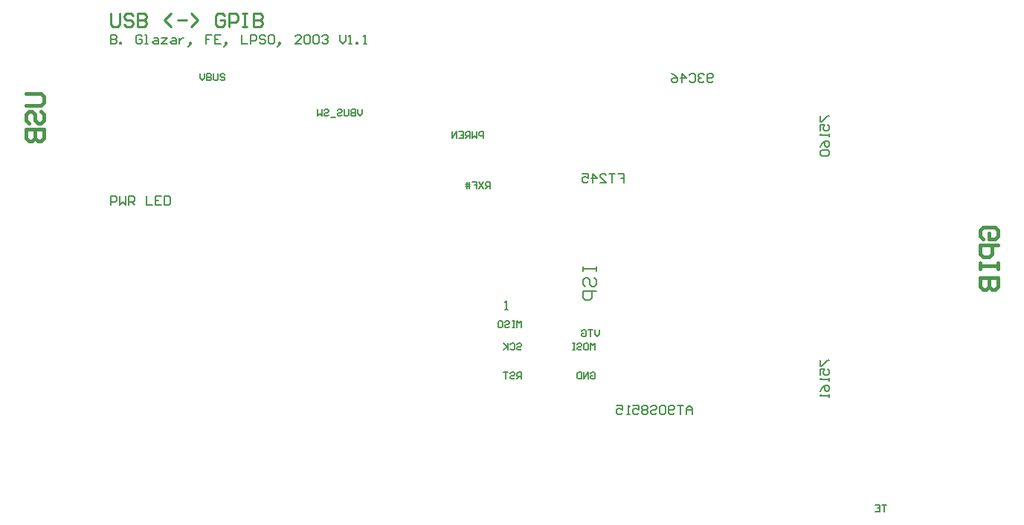
<source format=gbp>
%FSLAX25Y25*%
%MOIN*%
G70*
G01*
G75*
G04 Layer_Color=128*
%ADD10C,0.01200*%
%ADD11R,0.06000X0.06000*%
%ADD12R,0.06000X0.06000*%
%ADD13R,0.01600X0.07500*%
%ADD14R,0.07500X0.01600*%
%ADD15O,0.01600X0.10000*%
%ADD16O,0.10000X0.01600*%
%ADD17R,0.13000X0.07000*%
%ADD18O,0.02400X0.08000*%
%ADD19R,0.03600X0.05000*%
%ADD20R,0.03600X0.03600*%
%ADD21R,0.10000X0.08000*%
%ADD22R,0.10000X0.09000*%
%ADD23R,0.03150X0.05512*%
G04:AMPARAMS|DCode=24|XSize=78.74mil|YSize=149.61mil|CornerRadius=0mil|HoleSize=0mil|Usage=FLASHONLY|Rotation=0.000|XOffset=0mil|YOffset=0mil|HoleType=Round|Shape=Octagon|*
%AMOCTAGOND24*
4,1,8,-0.01969,0.07480,0.01969,0.07480,0.03937,0.05512,0.03937,-0.05512,0.01969,-0.07480,-0.01969,-0.07480,-0.03937,-0.05512,-0.03937,0.05512,-0.01969,0.07480,0.0*
%
%ADD24OCTAGOND24*%

%ADD25R,0.03937X0.07299*%
%ADD26C,0.02800*%
%ADD27C,0.01600*%
%ADD28C,0.02400*%
%ADD29C,0.01400*%
%ADD30C,0.01000*%
%ADD31C,0.00800*%
%ADD32O,0.07000X0.06000*%
%ADD33C,0.07000*%
%ADD34C,0.20000*%
%ADD35R,0.07000X0.06000*%
%ADD36O,0.07000X0.08500*%
%ADD37C,0.06200*%
%ADD38R,0.06200X0.06200*%
%ADD39R,0.07000X0.07000*%
%ADD40C,0.08000*%
%ADD41C,0.05000*%
%ADD42C,0.00787*%
%ADD43R,0.06800X0.06800*%
%ADD44R,0.06800X0.06800*%
%ADD45R,0.02400X0.08300*%
%ADD46R,0.08300X0.02400*%
%ADD47O,0.02400X0.10800*%
%ADD48O,0.10800X0.02400*%
%ADD49R,0.13800X0.07800*%
%ADD50O,0.03200X0.08800*%
%ADD51R,0.04400X0.05800*%
%ADD52R,0.04400X0.04400*%
%ADD53R,0.10800X0.08800*%
%ADD54R,0.10800X0.09800*%
%ADD55R,0.03950X0.06312*%
G04:AMPARAMS|DCode=56|XSize=86.74mil|YSize=157.61mil|CornerRadius=0mil|HoleSize=0mil|Usage=FLASHONLY|Rotation=0.000|XOffset=0mil|YOffset=0mil|HoleType=Round|Shape=Octagon|*
%AMOCTAGOND56*
4,1,8,-0.02169,0.07880,0.02169,0.07880,0.04337,0.05712,0.04337,-0.05712,0.02169,-0.07880,-0.02169,-0.07880,-0.04337,-0.05712,-0.04337,0.05712,-0.02169,0.07880,0.0*
%
%ADD56OCTAGOND56*%

%ADD57R,0.04737X0.08099*%
%ADD58O,0.07800X0.06800*%
%ADD59C,0.07800*%
%ADD60C,0.20800*%
%ADD61R,0.07800X0.06800*%
%ADD62O,0.07800X0.09300*%
%ADD63R,0.07800X0.07800*%
%ADD64C,0.08800*%
%ADD65C,0.05800*%
D27*
X3022003Y545000D02*
X3028667D01*
X3030000Y543667D01*
Y541001D01*
X3028667Y539668D01*
X3022003D01*
X3023335Y531671D02*
X3022003Y533004D01*
Y535670D01*
X3023335Y537003D01*
X3024668D01*
X3026001Y535670D01*
Y533004D01*
X3027334Y531671D01*
X3028667D01*
X3030000Y533004D01*
Y535670D01*
X3028667Y537003D01*
X3022003Y529005D02*
X3030000D01*
Y525006D01*
X3028667Y523674D01*
X3027334D01*
X3026001Y525006D01*
Y529005D01*
Y525006D01*
X3024668Y523674D01*
X3023335D01*
X3022003Y525006D01*
Y529005D01*
X3450835Y479668D02*
X3449503Y481001D01*
Y483667D01*
X3450835Y485000D01*
X3456167D01*
X3457500Y483667D01*
Y481001D01*
X3456167Y479668D01*
X3453501D01*
Y482334D01*
X3457500Y477003D02*
X3449503D01*
Y473004D01*
X3450835Y471671D01*
X3453501D01*
X3454834Y473004D01*
Y477003D01*
X3449503Y469005D02*
Y466339D01*
Y467672D01*
X3457500D01*
Y469005D01*
Y466339D01*
X3449503Y462341D02*
X3457500D01*
Y458342D01*
X3456167Y457009D01*
X3454834D01*
X3453501Y458342D01*
Y462341D01*
Y458342D01*
X3452168Y457009D01*
X3450835D01*
X3449503Y458342D01*
Y462341D01*
D30*
X3060000Y580998D02*
Y576000D01*
X3061000Y575000D01*
X3062999D01*
X3063999Y576000D01*
Y580998D01*
X3069997Y579998D02*
X3068997Y580998D01*
X3066998D01*
X3065998Y579998D01*
Y578999D01*
X3066998Y577999D01*
X3068997D01*
X3069997Y576999D01*
Y576000D01*
X3068997Y575000D01*
X3066998D01*
X3065998Y576000D01*
X3071996Y580998D02*
Y575000D01*
X3074995D01*
X3075995Y576000D01*
Y576999D01*
X3074995Y577999D01*
X3071996D01*
X3074995D01*
X3075995Y578999D01*
Y579998D01*
X3074995Y580998D01*
X3071996D01*
X3086991Y575000D02*
X3083992Y577999D01*
X3086991Y580998D01*
X3089990Y577999D02*
X3093989D01*
X3095988Y575000D02*
X3098987Y577999D01*
X3095988Y580998D01*
X3110983Y579998D02*
X3109984Y580998D01*
X3107985D01*
X3106985Y579998D01*
Y576000D01*
X3107985Y575000D01*
X3109984D01*
X3110983Y576000D01*
Y577999D01*
X3108984D01*
X3112983Y575000D02*
Y580998D01*
X3115982D01*
X3116982Y579998D01*
Y577999D01*
X3115982Y576999D01*
X3112983D01*
X3118981Y580998D02*
X3120980D01*
X3119981D01*
Y575000D01*
X3118981D01*
X3120980D01*
X3123979Y580998D02*
Y575000D01*
X3126978D01*
X3127978Y576000D01*
Y576999D01*
X3126978Y577999D01*
X3123979D01*
X3126978D01*
X3127978Y578999D01*
Y579998D01*
X3126978Y580998D01*
X3123979D01*
D31*
X3172500Y537999D02*
Y536000D01*
X3171500Y535000D01*
X3170501Y536000D01*
Y537999D01*
X3169501D02*
Y535000D01*
X3168002D01*
X3167502Y535500D01*
Y536000D01*
X3168002Y536500D01*
X3169501D01*
X3168002D01*
X3167502Y536999D01*
Y537499D01*
X3168002Y537999D01*
X3169501D01*
X3166502D02*
Y535500D01*
X3166002Y535000D01*
X3165002D01*
X3164503Y535500D01*
Y537999D01*
X3161504Y537499D02*
X3162003Y537999D01*
X3163003D01*
X3163503Y537499D01*
Y536999D01*
X3163003Y536500D01*
X3162003D01*
X3161504Y536000D01*
Y535500D01*
X3162003Y535000D01*
X3163003D01*
X3163503Y535500D01*
X3160504Y534500D02*
X3158504D01*
X3155506Y537499D02*
X3156005Y537999D01*
X3157005D01*
X3157505Y537499D01*
Y536999D01*
X3157005Y536500D01*
X3156005D01*
X3155506Y536000D01*
Y535500D01*
X3156005Y535000D01*
X3157005D01*
X3157505Y535500D01*
X3154506Y537999D02*
Y535000D01*
X3153506Y536000D01*
X3152506Y535000D01*
Y537999D01*
X3230000Y502500D02*
Y505499D01*
X3228500D01*
X3228001Y504999D01*
Y504000D01*
X3228500Y503500D01*
X3230000D01*
X3229000D02*
X3228001Y502500D01*
X3227001Y505499D02*
X3225002Y502500D01*
Y505499D02*
X3227001Y502500D01*
X3222002Y505499D02*
X3224002D01*
Y504000D01*
X3223002D01*
X3224002D01*
Y502500D01*
X3220503D02*
Y505499D01*
X3219503D02*
Y502500D01*
X3221003Y504499D02*
X3219503D01*
X3219004D01*
X3221003Y503500D02*
X3219004D01*
X3227000Y525000D02*
Y527999D01*
X3225500D01*
X3225001Y527499D01*
Y526500D01*
X3225500Y526000D01*
X3227000D01*
X3224001Y527999D02*
Y525000D01*
X3223001Y526000D01*
X3222002Y525000D01*
Y527999D01*
X3221002Y525000D02*
Y527999D01*
X3219502D01*
X3219003Y527499D01*
Y526500D01*
X3219502Y526000D01*
X3221002D01*
X3220002D02*
X3219003Y525000D01*
X3216003Y527999D02*
X3218003D01*
Y525000D01*
X3216003D01*
X3218003Y526500D02*
X3217003D01*
X3215004Y525000D02*
Y527999D01*
X3213005Y525000D01*
Y527999D01*
X3330000Y550666D02*
X3329333Y550000D01*
X3328001D01*
X3327334Y550666D01*
Y553332D01*
X3328001Y553999D01*
X3329333D01*
X3330000Y553332D01*
Y552666D01*
X3329333Y551999D01*
X3327334D01*
X3326001Y553332D02*
X3325335Y553999D01*
X3324002D01*
X3323336Y553332D01*
Y552666D01*
X3324002Y551999D01*
X3324669D01*
X3324002D01*
X3323336Y551333D01*
Y550666D01*
X3324002Y550000D01*
X3325335D01*
X3326001Y550666D01*
X3319337Y553332D02*
X3320003Y553999D01*
X3321336D01*
X3322002Y553332D01*
Y550666D01*
X3321336Y550000D01*
X3320003D01*
X3319337Y550666D01*
X3316005Y550000D02*
Y553999D01*
X3318004Y551999D01*
X3315338D01*
X3311340Y553999D02*
X3312672Y553332D01*
X3314005Y551999D01*
Y550666D01*
X3313339Y550000D01*
X3312006D01*
X3311340Y550666D01*
Y551333D01*
X3312006Y551999D01*
X3314005D01*
X3407500Y360499D02*
X3405501D01*
X3406500D01*
Y357500D01*
X3402502Y360499D02*
X3404501D01*
Y357500D01*
X3402502D01*
X3404501Y358999D02*
X3403501D01*
X3287334Y508999D02*
X3290000D01*
Y506999D01*
X3288667D01*
X3290000D01*
Y505000D01*
X3286001Y508999D02*
X3283335D01*
X3284668D01*
Y505000D01*
X3279337D02*
X3282003D01*
X3279337Y507666D01*
Y508332D01*
X3280003Y508999D01*
X3281336D01*
X3282003Y508332D01*
X3276004Y505000D02*
Y508999D01*
X3278004Y506999D01*
X3275338D01*
X3271339Y508999D02*
X3274005D01*
Y506999D01*
X3272672Y507666D01*
X3272006D01*
X3271339Y506999D01*
Y505666D01*
X3272006Y505000D01*
X3273339D01*
X3274005Y505666D01*
X3279000Y438999D02*
Y437000D01*
X3278000Y436000D01*
X3277001Y437000D01*
Y438999D01*
X3276001D02*
X3274002D01*
X3275001D01*
Y436000D01*
X3271003Y438499D02*
X3271502Y438999D01*
X3272502D01*
X3273002Y438499D01*
Y436500D01*
X3272502Y436000D01*
X3271502D01*
X3271003Y436500D01*
Y437500D01*
X3272002D01*
X3277000Y430000D02*
Y432999D01*
X3276000Y431999D01*
X3275001Y432999D01*
Y430000D01*
X3272501Y432999D02*
X3273501D01*
X3274001Y432499D01*
Y430500D01*
X3273501Y430000D01*
X3272501D01*
X3272002Y430500D01*
Y432499D01*
X3272501Y432999D01*
X3269003Y432499D02*
X3269502Y432999D01*
X3270502D01*
X3271002Y432499D01*
Y431999D01*
X3270502Y431499D01*
X3269502D01*
X3269003Y431000D01*
Y430500D01*
X3269502Y430000D01*
X3270502D01*
X3271002Y430500D01*
X3268003Y432999D02*
X3267003D01*
X3267503D01*
Y430000D01*
X3268003D01*
X3267003D01*
X3275001Y419499D02*
X3275500Y419999D01*
X3276500D01*
X3277000Y419499D01*
Y417500D01*
X3276500Y417000D01*
X3275500D01*
X3275001Y417500D01*
Y418500D01*
X3276000D01*
X3274001Y417000D02*
Y419999D01*
X3272002Y417000D01*
Y419999D01*
X3271002D02*
Y417000D01*
X3269502D01*
X3269003Y417500D01*
Y419499D01*
X3269502Y419999D01*
X3271002D01*
X3244000Y440000D02*
Y442999D01*
X3243000Y441999D01*
X3242001Y442999D01*
Y440000D01*
X3241001Y442999D02*
X3240001D01*
X3240501D01*
Y440000D01*
X3241001D01*
X3240001D01*
X3236502Y442499D02*
X3237002Y442999D01*
X3238002D01*
X3238502Y442499D01*
Y441999D01*
X3238002Y441500D01*
X3237002D01*
X3236502Y441000D01*
Y440500D01*
X3237002Y440000D01*
X3238002D01*
X3238502Y440500D01*
X3234003Y442999D02*
X3235003D01*
X3235503Y442499D01*
Y440500D01*
X3235003Y440000D01*
X3234003D01*
X3233503Y440500D01*
Y442499D01*
X3234003Y442999D01*
X3242001Y432499D02*
X3242501Y432999D01*
X3243500D01*
X3244000Y432499D01*
Y431999D01*
X3243500Y431499D01*
X3242501D01*
X3242001Y431000D01*
Y430500D01*
X3242501Y430000D01*
X3243500D01*
X3244000Y430500D01*
X3239001Y432499D02*
X3239502Y432999D01*
X3240501D01*
X3241001Y432499D01*
Y430500D01*
X3240501Y430000D01*
X3239502D01*
X3239001Y430500D01*
X3238002Y432999D02*
Y430000D01*
Y431000D01*
X3236003Y432999D01*
X3237502Y431499D01*
X3236003Y430000D01*
X3244000Y417000D02*
Y419999D01*
X3242501D01*
X3242001Y419499D01*
Y418500D01*
X3242501Y418000D01*
X3244000D01*
X3243000D02*
X3242001Y417000D01*
X3239001Y419499D02*
X3239502Y419999D01*
X3240501D01*
X3241001Y419499D01*
Y418999D01*
X3240501Y418500D01*
X3239502D01*
X3239001Y418000D01*
Y417500D01*
X3239502Y417000D01*
X3240501D01*
X3241001Y417500D01*
X3238002Y419999D02*
X3236003D01*
X3237002D01*
Y417000D01*
X3271502Y467500D02*
Y465501D01*
Y466500D01*
X3277500D01*
Y467500D01*
Y465501D01*
X3272502Y458503D02*
X3271502Y459503D01*
Y461502D01*
X3272502Y462502D01*
X3273501D01*
X3274501Y461502D01*
Y459503D01*
X3275500Y458503D01*
X3276500D01*
X3277500Y459503D01*
Y461502D01*
X3276500Y462502D01*
X3277500Y456504D02*
X3271502D01*
Y453505D01*
X3272502Y452505D01*
X3274501D01*
X3275500Y453505D01*
Y456504D01*
X3320500Y401000D02*
Y403666D01*
X3319167Y404999D01*
X3317834Y403666D01*
Y401000D01*
Y402999D01*
X3320500D01*
X3316501Y404999D02*
X3313836D01*
X3315168D01*
Y401000D01*
X3312503Y401666D02*
X3311836Y401000D01*
X3310503D01*
X3309837Y401666D01*
Y404332D01*
X3310503Y404999D01*
X3311836D01*
X3312503Y404332D01*
Y403666D01*
X3311836Y402999D01*
X3309837D01*
X3308504Y404332D02*
X3307837Y404999D01*
X3306504D01*
X3305838Y404332D01*
Y401666D01*
X3306504Y401000D01*
X3307837D01*
X3308504Y401666D01*
Y404332D01*
X3301839D02*
X3302506Y404999D01*
X3303839D01*
X3304505Y404332D01*
Y403666D01*
X3303839Y402999D01*
X3302506D01*
X3301839Y402333D01*
Y401666D01*
X3302506Y401000D01*
X3303839D01*
X3304505Y401666D01*
X3300507Y404332D02*
X3299840Y404999D01*
X3298507D01*
X3297840Y404332D01*
Y403666D01*
X3298507Y402999D01*
X3297840Y402333D01*
Y401666D01*
X3298507Y401000D01*
X3299840D01*
X3300507Y401666D01*
Y402333D01*
X3299840Y402999D01*
X3300507Y403666D01*
Y404332D01*
X3299840Y402999D02*
X3298507D01*
X3293842Y404999D02*
X3296508D01*
Y402999D01*
X3295175Y403666D01*
X3294508D01*
X3293842Y402999D01*
Y401666D01*
X3294508Y401000D01*
X3295841D01*
X3296508Y401666D01*
X3292509Y401000D02*
X3291176D01*
X3291843D01*
Y404999D01*
X3292509Y404332D01*
X3286511Y404999D02*
X3289177D01*
Y402999D01*
X3287844Y403666D01*
X3287177D01*
X3286511Y402999D01*
Y401666D01*
X3287177Y401000D01*
X3288510D01*
X3289177Y401666D01*
X3378001Y535000D02*
Y532334D01*
X3378668D01*
X3381334Y535000D01*
X3382000D01*
X3378001Y528336D02*
Y531001D01*
X3380001D01*
X3379334Y529668D01*
Y529002D01*
X3380001Y528336D01*
X3381334D01*
X3382000Y529002D01*
Y530335D01*
X3381334Y531001D01*
X3382000Y527003D02*
Y525670D01*
Y526336D01*
X3378001D01*
X3378668Y527003D01*
X3378001Y521004D02*
X3378668Y522337D01*
X3380001Y523670D01*
X3381334D01*
X3382000Y523004D01*
Y521671D01*
X3381334Y521004D01*
X3380667D01*
X3380001Y521671D01*
Y523670D01*
X3378668Y519672D02*
X3378001Y519005D01*
Y517672D01*
X3378668Y517006D01*
X3381334D01*
X3382000Y517672D01*
Y519005D01*
X3381334Y519672D01*
X3378668D01*
X3378001Y425500D02*
Y422834D01*
X3378668D01*
X3381334Y425500D01*
X3382000D01*
X3378001Y418835D02*
Y421501D01*
X3380001D01*
X3379334Y420168D01*
Y419502D01*
X3380001Y418835D01*
X3381334D01*
X3382000Y419502D01*
Y420835D01*
X3381334Y421501D01*
X3382000Y417503D02*
Y416170D01*
Y416836D01*
X3378001D01*
X3378668Y417503D01*
X3378001Y411505D02*
X3378668Y412837D01*
X3380001Y414170D01*
X3381334D01*
X3382000Y413504D01*
Y412171D01*
X3381334Y411505D01*
X3380667D01*
X3380001Y412171D01*
Y414170D01*
X3382000Y410172D02*
Y408839D01*
Y409505D01*
X3378001D01*
X3378668Y410172D01*
X3236500Y448000D02*
X3237833D01*
X3237166D01*
Y451999D01*
X3236500Y451332D01*
X3100000Y553999D02*
Y552000D01*
X3101000Y551000D01*
X3101999Y552000D01*
Y553999D01*
X3102999D02*
Y551000D01*
X3104498D01*
X3104998Y551500D01*
Y552000D01*
X3104498Y552499D01*
X3102999D01*
X3104498D01*
X3104998Y552999D01*
Y553499D01*
X3104498Y553999D01*
X3102999D01*
X3105998D02*
Y551500D01*
X3106498Y551000D01*
X3107498D01*
X3107997Y551500D01*
Y553999D01*
X3110996Y553499D02*
X3110497Y553999D01*
X3109497D01*
X3108997Y553499D01*
Y552999D01*
X3109497Y552499D01*
X3110497D01*
X3110996Y552000D01*
Y551500D01*
X3110497Y551000D01*
X3109497D01*
X3108997Y551500D01*
X3060000Y495000D02*
Y498999D01*
X3061999D01*
X3062666Y498332D01*
Y496999D01*
X3061999Y496333D01*
X3060000D01*
X3063999Y498999D02*
Y495000D01*
X3065332Y496333D01*
X3066665Y495000D01*
Y498999D01*
X3067997Y495000D02*
Y498999D01*
X3069997D01*
X3070663Y498332D01*
Y496999D01*
X3069997Y496333D01*
X3067997D01*
X3069330D02*
X3070663Y495000D01*
X3075995Y498999D02*
Y495000D01*
X3078661D01*
X3082659Y498999D02*
X3079993D01*
Y495000D01*
X3082659D01*
X3079993Y496999D02*
X3081326D01*
X3083992Y498999D02*
Y495000D01*
X3085992D01*
X3086658Y495666D01*
Y498332D01*
X3085992Y498999D01*
X3083992D01*
X3060000Y571499D02*
Y567500D01*
X3061999D01*
X3062666Y568166D01*
Y568833D01*
X3061999Y569499D01*
X3060000D01*
X3061999D01*
X3062666Y570166D01*
Y570832D01*
X3061999Y571499D01*
X3060000D01*
X3063999Y567500D02*
Y568166D01*
X3064665D01*
Y567500D01*
X3063999D01*
X3073996Y570832D02*
X3073329Y571499D01*
X3071996D01*
X3071330Y570832D01*
Y568166D01*
X3071996Y567500D01*
X3073329D01*
X3073996Y568166D01*
Y569499D01*
X3072663D01*
X3075328Y567500D02*
X3076661D01*
X3075995D01*
Y571499D01*
X3075328D01*
X3079327Y570166D02*
X3080660D01*
X3081326Y569499D01*
Y567500D01*
X3079327D01*
X3078661Y568166D01*
X3079327Y568833D01*
X3081326D01*
X3082659Y570166D02*
X3085325D01*
X3082659Y567500D01*
X3085325D01*
X3087325Y570166D02*
X3088657D01*
X3089324Y569499D01*
Y567500D01*
X3087325D01*
X3086658Y568166D01*
X3087325Y568833D01*
X3089324D01*
X3090657Y570166D02*
Y567500D01*
Y568833D01*
X3091323Y569499D01*
X3091990Y570166D01*
X3092656D01*
X3095322Y566834D02*
X3095988Y567500D01*
Y568166D01*
X3095322D01*
Y567500D01*
X3095988D01*
X3095322Y566834D01*
X3094655Y566167D01*
X3105319Y571499D02*
X3102653D01*
Y569499D01*
X3103986D01*
X3102653D01*
Y567500D01*
X3109317Y571499D02*
X3106652D01*
Y567500D01*
X3109317D01*
X3106652Y569499D02*
X3107985D01*
X3111317Y566834D02*
X3111983Y567500D01*
Y568166D01*
X3111317D01*
Y567500D01*
X3111983D01*
X3111317Y566834D01*
X3110650Y566167D01*
X3118648Y571499D02*
Y567500D01*
X3121314D01*
X3122647D02*
Y571499D01*
X3124646D01*
X3125312Y570832D01*
Y569499D01*
X3124646Y568833D01*
X3122647D01*
X3129311Y570832D02*
X3128645Y571499D01*
X3127312D01*
X3126645Y570832D01*
Y570166D01*
X3127312Y569499D01*
X3128645D01*
X3129311Y568833D01*
Y568166D01*
X3128645Y567500D01*
X3127312D01*
X3126645Y568166D01*
X3132643Y571499D02*
X3131310D01*
X3130644Y570832D01*
Y568166D01*
X3131310Y567500D01*
X3132643D01*
X3133310Y568166D01*
Y570832D01*
X3132643Y571499D01*
X3135309Y566834D02*
X3135975Y567500D01*
Y568166D01*
X3135309D01*
Y567500D01*
X3135975D01*
X3135309Y566834D01*
X3134643Y566167D01*
X3145306Y567500D02*
X3142640D01*
X3145306Y570166D01*
Y570832D01*
X3144639Y571499D01*
X3143307D01*
X3142640Y570832D01*
X3146639D02*
X3147305Y571499D01*
X3148638D01*
X3149305Y570832D01*
Y568166D01*
X3148638Y567500D01*
X3147305D01*
X3146639Y568166D01*
Y570832D01*
X3150637D02*
X3151304Y571499D01*
X3152637D01*
X3153303Y570832D01*
Y568166D01*
X3152637Y567500D01*
X3151304D01*
X3150637Y568166D01*
Y570832D01*
X3154636D02*
X3155303Y571499D01*
X3156635D01*
X3157302Y570832D01*
Y570166D01*
X3156635Y569499D01*
X3155969D01*
X3156635D01*
X3157302Y568833D01*
Y568166D01*
X3156635Y567500D01*
X3155303D01*
X3154636Y568166D01*
X3162634Y571499D02*
Y568833D01*
X3163967Y567500D01*
X3165299Y568833D01*
Y571499D01*
X3166632Y567500D02*
X3167965D01*
X3167299D01*
Y571499D01*
X3166632Y570832D01*
X3169964Y567500D02*
Y568166D01*
X3170631D01*
Y567500D01*
X3169964D01*
X3173297D02*
X3174630D01*
X3173963D01*
Y571499D01*
X3173297Y570832D01*
M02*

</source>
